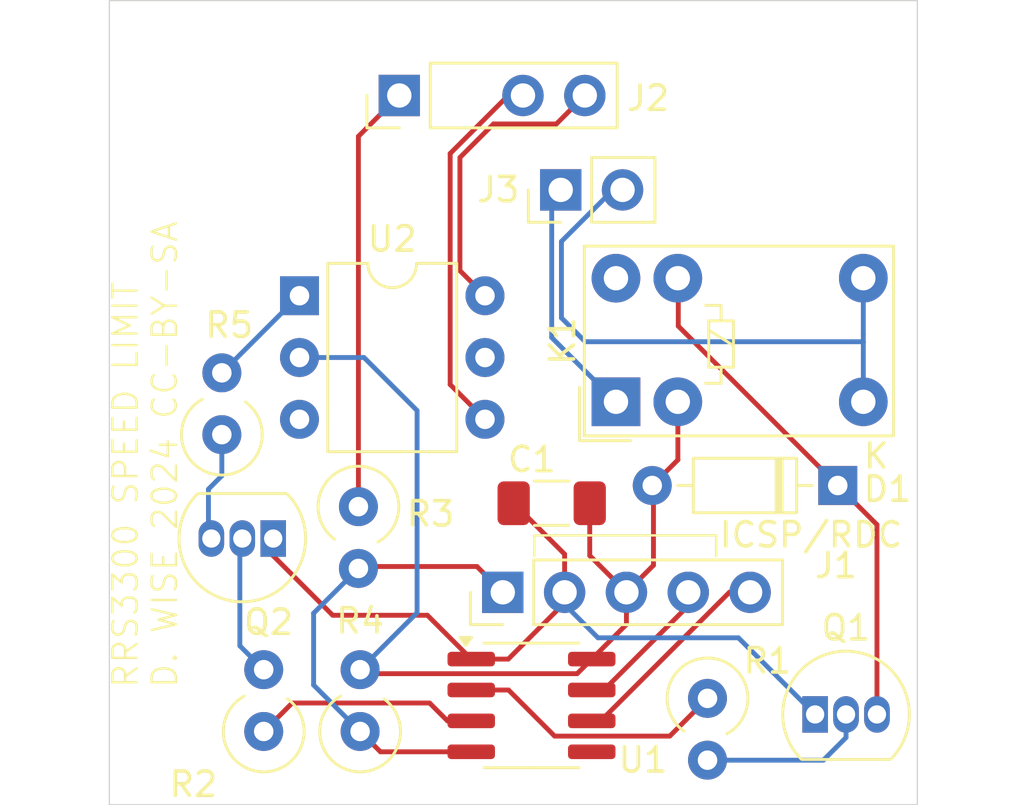
<source format=kicad_pcb>
(kicad_pcb (version 20240108) (generator "pcbnew") (generator_version "8.0")
  (layers (0 "F.Cu" signal) (31 "B.Cu" signal) (34 "B.Paste" user) (35 "F.Paste" user) (36 "B.SilkS" user "B.Silkscreen") (37 "F.SilkS" user "F.Silkscreen") (38 "B.Mask" user) (39 "F.Mask" user) (44 "Edge.Cuts" user))
  (net 0 "")
  (net 1 "GND")
  (net 2 "Net-(D1-K)")
  (net 3 "Net-(J1-Pin_5)")
  (net 4 "Net-(U1-RA5)")
  (net 5 "Net-(U1-RA4)")
  (net 6 "/SPROCKET")
  (net 8 "/K1L-5V")
  (net 9 "+5V")
  (net 10 "/SS2")
  (net 11 "/SS1")
  (net 12 "/K1L")
  (net 13 "/CT1")
  (net 14 "/CT2")
  (net 16 "Net-(Q1-B)")
  (net 17 "Net-(Q2-C)")
  (net 18 "Net-(Q2-B)")
  (net 19 "Net-(R5-Pad2)")
  (footprint "Resistor_THT:R_Axial_DIN0309_L9.0mm_D3.2mm_P2.54mm_Vertical" (layer "F.Cu") (at 122.24 96.01 90)
    (property "Reference" "R2" (at -2.17 -2.89 180) (layer "F.SilkS"))
    (property "Value" "2.2K")
    (fp_arc (start 1.344775 0.97138) (mid -1.655812 -0.101418) (end 1.453272 -0.8) (stroke (width 0.12)) (layer "F.SilkS"))
    (pad "1" thru_hole circle (at 0 0 90) (size 1.6 1.6) (drill 0.8) (layers "*.Cu" "*.Mask") (net 5 "Net-(U1-RA4)"))
    (pad "2" thru_hole oval (at 2.54 0 90) (size 1.6 1.6) (drill 0.8) (layers "*.Cu" "*.Mask") (net 18 "Net-(Q2-B)"))
  )
  (footprint "Package_DIP:DIP-6_W7.62mm" (layer "F.Cu") (at 123.71 78.1)
    (property "Reference" "U2" (at 3.81 -2.33 0) (layer "F.SilkS"))
    (property "Value" "H11F1" (hide yes))
    (fp_line (start 1.16 -1.33) (end 1.16 6.41) (stroke (width 0.12)) (layer "F.SilkS"))
    (fp_line (start 1.16 6.41) (end 6.46 6.41) (stroke (width 0.12)) (layer "F.SilkS"))
    (fp_line (start 2.81 -1.33) (end 1.16 -1.33) (stroke (width 0.12)) (layer "F.SilkS"))
    (fp_line (start 6.46 -1.33) (end 4.81 -1.33) (stroke (width 0.12)) (layer "F.SilkS"))
    (fp_line (start 6.46 6.41) (end 6.46 -1.33) (stroke (width 0.12)) (layer "F.SilkS"))
    (fp_arc (start 4.81 -1.33) (mid 3.81 -0.33) (end 2.81 -1.33) (stroke (width 0.12)) (layer "F.SilkS"))
    (pad "1" thru_hole rect (at 0 0) (size 1.6 1.6) (drill 0.8) (layers "*.Cu" "*.Mask") (net 19 "Net-(R5-Pad2)"))
    (pad "2" thru_hole oval (at 0 2.54) (size 1.6 1.6) (drill 0.8) (layers "*.Cu" "*.Mask") (net 1 "GND"))
    (pad "3" thru_hole oval (at 0 5.08) (size 1.6 1.6) (drill 0.8) (layers "*.Cu" "*.Mask"))
    (pad "4" thru_hole oval (at 7.62 5.08) (size 1.6 1.6) (drill 0.8) (layers "*.Cu" "*.Mask") (net 11 "/SS1"))
    (pad "5" thru_hole oval (at 7.62 2.54) (size 1.6 1.6) (drill 0.8) (layers "*.Cu" "*.Mask"))
    (pad "6" thru_hole oval (at 7.62 0) (size 1.6 1.6) (drill 0.8) (layers "*.Cu" "*.Mask") (net 10 "/SS2"))
  )
  (footprint "Resistor_THT:R_Axial_DIN0309_L9.0mm_D3.2mm_P2.54mm_Vertical" (layer "F.Cu") (at 140.47 94.65 -90)
    (property "Reference" "R1" (at -1.54 -2.46 180) (layer "F.SilkS"))
    (property "Value" "2.2K")
    (fp_arc (start 1.344775 0.97138) (mid -1.655812 -0.101418) (end 1.453272 -0.8) (stroke (width 0.12)) (layer "F.SilkS"))
    (pad "1" thru_hole circle (at 0 0 270) (size 1.6 1.6) (drill 0.8) (layers "*.Cu" "*.Mask") (net 4 "Net-(U1-RA5)"))
    (pad "2" thru_hole oval (at 2.54 0 270) (size 1.6 1.6) (drill 0.8) (layers "*.Cu" "*.Mask") (net 16 "Net-(Q1-B)"))
  )
  (footprint "MountingHole:MountingHole_4.3mm_M4" (layer "F.Cu") (at 143.99 70.84)
    (property "Reference" "REF**" (hide yes))
    (property "Value" "MountingHole_4.3mm_M4")
    (pad "" np_thru_hole circle (at 0 0) (size 4.3 4.3) (drill 4.3) (layers "*.Cu" "*.Mask"))
  )
  (footprint "Resistor_THT:R_Axial_DIN0309_L9.0mm_D3.2mm_P2.54mm_Vertical" (layer "F.Cu") (at 120.52 83.81 90)
    (property "Reference" "R5" (at 4.5 0.3 180) (layer "F.SilkS"))
    (property "Value" "220")
    (fp_arc (start 1.344775 0.97138) (mid -1.655812 -0.101418) (end 1.453272 -0.8) (stroke (width 0.12)) (layer "F.SilkS"))
    (pad "1" thru_hole circle (at 0 0 90) (size 1.6 1.6) (drill 0.8) (layers "*.Cu" "*.Mask") (net 17 "Net-(Q2-C)"))
    (pad "2" thru_hole oval (at 2.54 0 90) (size 1.6 1.6) (drill 0.8) (layers "*.Cu" "*.Mask") (net 19 "Net-(R5-Pad2)"))
  )
  (footprint "MountingHole:MountingHole_4.3mm_M4" (layer "F.Cu") (at 120.89 70.84)
    (property "Reference" "REF**" (hide yes))
    (property "Value" "MountingHole_4.3mm_M4")
    (pad "" np_thru_hole circle (at 0 0) (size 4.3 4.3) (drill 4.3) (layers "*.Cu" "*.Mask"))
  )
  (footprint "Connector_PinHeader_2.54mm:PinHeader_1x05_P2.54mm_Vertical" (layer "F.Cu") (at 132.06 90.29 90)
    (property "Reference" "J1" (at 1.1 13.69 180) (layer "F.SilkS"))
    (property "Value" "ICSP/RDC" (at 2.36 12.66 180) (layer "F.SilkS"))
    (fp_line (start -1.33 -1.33) (end 0 -1.33) (stroke (width 0.12)) (layer "F.SilkS"))
    (fp_line (start -1.33 0) (end -1.33 -1.33) (stroke (width 0.12)) (layer "F.SilkS"))
    (fp_line (start 1.33 1.27) (end 1.33 11.49) (stroke (width 0.12)) (layer "F.SilkS"))
    (fp_line (start -1.33 1.27) (end 1.33 1.27) (stroke (width 0.12)) (layer "F.SilkS"))
    (fp_line (start -1.33 1.27) (end -1.33 11.49) (stroke (width 0.12)) (layer "F.SilkS"))
    (fp_line (start -1.33 11.49) (end 1.33 11.49) (stroke (width 0.12)) (layer "F.SilkS"))
    (pad "1" thru_hole rect (at 0 0 90) (size 1.7 1.7) (drill 1) (layers "*.Cu" "*.Mask") (net 8 "/K1L-5V"))
    (pad "2" thru_hole oval (at 0 2.54 90) (size 1.7 1.7) (drill 1) (layers "*.Cu" "*.Mask") (net 9 "+5V"))
    (pad "3" thru_hole oval (at 0 5.08 90) (size 1.7 1.7) (drill 1) (layers "*.Cu" "*.Mask") (net 1 "GND"))
    (pad "4" thru_hole oval (at 0 7.62 90) (size 1.7 1.7) (drill 1) (layers "*.Cu" "*.Mask") (net 6 "/SPROCKET"))
    (pad "5" thru_hole oval (at 0 10.16 90) (size 1.7 1.7) (drill 1) (layers "*.Cu" "*.Mask") (net 3 "Net-(J1-Pin_5)"))
  )
  (footprint "Diode_THT:D_DO-35_SOD27_P7.62mm_Horizontal" (layer "F.Cu") (at 145.82 85.9 180)
    (property "Reference" "D1" (at -2.05 -0.15 0) (layer "F.SilkS"))
    (property "Value" "1N4448" (hide yes))
    (fp_line (start 6.58 0) (end 5.93 0) (stroke (width 0.12)) (layer "F.SilkS"))
    (fp_line (start 5.93 1.12) (end 5.93 -1.12) (stroke (width 0.12)) (layer "F.SilkS"))
    (fp_line (start 5.93 -1.12) (end 1.69 -1.12) (stroke (width 0.12)) (layer "F.SilkS"))
    (fp_line (start 2.53 -1.12) (end 2.53 1.12) (stroke (width 0.12)) (layer "F.SilkS"))
    (fp_line (start 2.41 -1.12) (end 2.41 1.12) (stroke (width 0.12)) (layer "F.SilkS"))
    (fp_line (start 2.29 -1.12) (end 2.29 1.12) (stroke (width 0.12)) (layer "F.SilkS"))
    (fp_line (start 1.69 1.12) (end 5.93 1.12) (stroke (width 0.12)) (layer "F.SilkS"))
    (fp_line (start 1.69 -1.12) (end 1.69 1.12) (stroke (width 0.12)) (layer "F.SilkS"))
    (fp_line (start 1.04 0) (end 1.69 0) (stroke (width 0.12)) (layer "F.SilkS"))
    (fp_text user "K" (at -1.58 1.21 0) (layer "F.SilkS"))
    (pad "1" thru_hole rect (at 0 0 180) (size 1.6 1.6) (drill 0.8) (layers "*.Cu" "*.Mask") (net 2 "Net-(D1-K)"))
    (pad "2" thru_hole oval (at 7.62 0 180) (size 1.6 1.6) (drill 0.8) (layers "*.Cu" "*.Mask") (net 1 "GND"))
  )
  (footprint "Connector_PinHeader_2.54mm:PinHeader_1x04_P2.54mm_Vertical" (layer "F.Cu") (at 127.81 69.87 90)
    (property "Reference" "J2" (at -0.11 10.22 180) (layer "F.SilkS"))
    (property "Value" "Conn_01x04")
    (fp_line (start -1.33 -1.33) (end 0 -1.33) (stroke (width 0.12)) (layer "F.SilkS"))
    (fp_line (start -1.33 0) (end -1.33 -1.33) (stroke (width 0.12)) (layer "F.SilkS"))
    (fp_line (start 1.33 1.27) (end 1.33 8.95) (stroke (width 0.12)) (layer "F.SilkS"))
    (fp_line (start -1.33 1.27) (end 1.33 1.27) (stroke (width 0.12)) (layer "F.SilkS"))
    (fp_line (start -1.33 1.27) (end -1.33 8.95) (stroke (width 0.12)) (layer "F.SilkS"))
    (fp_line (start -1.33 8.95) (end 1.33 8.95) (stroke (width 0.12)) (layer "F.SilkS"))
    (pad "1" thru_hole rect (at 0 0 90) (size 1.7 1.7) (drill 1) (layers "*.Cu" "*.Mask") (net 12 "/K1L"))
    (pad "3" thru_hole oval (at 0 5.08 90) (size 1.7 1.7) (drill 1) (layers "*.Cu" "*.Mask") (net 11 "/SS1"))
    (pad "4" thru_hole oval (at 0 7.62 90) (size 1.7 1.7) (drill 1) (layers "*.Cu" "*.Mask") (net 10 "/SS2"))
  )
  (footprint "Capacitor_SMD:C_1206_3216Metric_Pad1.33x1.80mm_HandSolder" (layer "F.Cu") (at 134.07 86.63)
    (property "Reference" "C1" (at -0.8175 -1.8 0) (layer "F.SilkS"))
    (property "Value" "1uF")
    (fp_line (start -0.711252 -0.91) (end 0.711252 -0.91) (stroke (width 0.12)) (layer "F.SilkS"))
    (fp_line (start -0.711252 0.91) (end 0.711252 0.91) (stroke (width 0.12)) (layer "F.SilkS"))
    (pad "1" smd roundrect (at -1.5625 0) (size 1.325 1.8) (layers "F.Cu" "F.Paste" "F.Mask") (roundrect_rratio 0.188679) (net 9 "+5V"))
    (pad "2" smd roundrect (at 1.5625 0) (size 1.325 1.8) (layers "F.Cu" "F.Paste" "F.Mask") (roundrect_rratio 0.188679) (net 1 "GND"))
  )
  (footprint "Package_TO_SOT_THT:TO-92_Inline" (layer "F.Cu") (at 144.89 95.31)
    (property "Reference" "Q1" (at 1.27 -3.56 0) (layer "F.SilkS"))
    (property "Value" "2N2907" (hide yes))
    (fp_line (start -0.53 1.85) (end 3.07 1.85) (stroke (width 0.12)) (layer "F.SilkS"))
    (fp_arc (start -0.568478 1.838478) (mid -1.132087 -0.994977) (end 1.27 -2.6) (stroke (width 0.12)) (layer "F.SilkS"))
    (fp_arc (start 1.27 -2.6) (mid 3.672087 -0.994977) (end 3.108478 1.838478) (stroke (width 0.12)) (layer "F.SilkS"))
    (pad "1" thru_hole rect (at 0 0) (size 1.05 1.5) (drill 0.75) (layers "*.Cu" "*.Mask") (net 9 "+5V"))
    (pad "2" thru_hole oval (at 1.27 0) (size 1.05 1.5) (drill 0.75) (layers "*.Cu" "*.Mask") (net 16 "Net-(Q1-B)"))
    (pad "3" thru_hole oval (at 2.54 0) (size 1.05 1.5) (drill 0.75) (layers "*.Cu" "*.Mask") (net 2 "Net-(D1-K)"))
  )
  (footprint "Resistor_THT:R_Axial_DIN0309_L9.0mm_D3.2mm_P2.54mm_Vertical" (layer "F.Cu") (at 126.13 86.77 -90)
    (property "Reference" "R3" (at 0.3 -2.96 180) (layer "F.SilkS"))
    (property "Value" "100K")
    (fp_arc (start 1.344775 0.97138) (mid -1.655812 -0.101418) (end 1.453272 -0.8) (stroke (width 0.12)) (layer "F.SilkS"))
    (pad "1" thru_hole circle (at 0 0 270) (size 1.6 1.6) (drill 0.8) (layers "*.Cu" "*.Mask") (net 12 "/K1L"))
    (pad "2" thru_hole oval (at 2.54 0 270) (size 1.6 1.6) (drill 0.8) (layers "*.Cu" "*.Mask") (net 8 "/K1L-5V"))
  )
  (footprint "Connector_PinHeader_2.54mm:PinHeader_1x02_P2.54mm_Vertical" (layer "F.Cu") (at 134.44 73.75 90)
    (property "Reference" "J3" (at 0.01 -2.565 180) (layer "F.SilkS"))
    (property "Value" "Conn_01x02")
    (fp_line (start -1.33 -1.33) (end 0 -1.33) (stroke (width 0.12)) (layer "F.SilkS"))
    (fp_line (start -1.33 0) (end -1.33 -1.33) (stroke (width 0.12)) (layer "F.SilkS"))
    (fp_line (start 1.33 1.27) (end 1.33 3.87) (stroke (width 0.12)) (layer "F.SilkS"))
    (fp_line (start -1.33 1.27) (end 1.33 1.27) (stroke (width 0.12)) (layer "F.SilkS"))
    (fp_line (start -1.33 1.27) (end -1.33 3.87) (stroke (width 0.12)) (layer "F.SilkS"))
    (fp_line (start -1.33 3.87) (end 1.33 3.87) (stroke (width 0.12)) (layer "F.SilkS"))
    (pad "1" thru_hole rect (at 0 0 90) (size 1.7 1.7) (drill 1) (layers "*.Cu" "*.Mask") (net 14 "/CT2"))
    (pad "2" thru_hole oval (at 0 2.54 90) (size 1.7 1.7) (drill 1) (layers "*.Cu" "*.Mask") (net 13 "/CT1"))
  )
  (footprint "Package_TO_SOT_THT:TO-92_Inline" (layer "F.Cu") (at 122.63 88.08 180)
    (property "Reference" "Q2" (at 0.19 -3.44 0) (layer "F.SilkS"))
    (property "Value" "2N2907" (hide yes))
    (fp_line (start -0.53 1.85) (end 3.07 1.85) (stroke (width 0.12)) (layer "F.SilkS"))
    (fp_arc (start 1.27 -2.6) (mid 3.672087 -0.994977) (end 3.108478 1.838478) (stroke (width 0.12)) (layer "F.SilkS"))
    (fp_arc (start -0.568478 1.838478) (mid -1.132087 -0.994977) (end 1.27 -2.6) (stroke (width 0.12)) (layer "F.SilkS"))
    (pad "1" thru_hole rect (at 0 0 180) (size 1.05 1.5) (drill 0.75) (layers "*.Cu" "*.Mask") (net 9 "+5V"))
    (pad "2" thru_hole oval (at 1.27 0 180) (size 1.05 1.5) (drill 0.75) (layers "*.Cu" "*.Mask") (net 18 "Net-(Q2-B)"))
    (pad "3" thru_hole oval (at 2.54 0 180) (size 1.05 1.5) (drill 0.75) (layers "*.Cu" "*.Mask") (net 17 "Net-(Q2-C)"))
  )
  (footprint "Relay_THT:Relay_SPDT_Omron_G5V-1" (layer "F.Cu") (at 136.71 82.46 90)
    (property "Reference" "K1" (at 2.5 -2.2 90) (layer "F.SilkS"))
    (property "Value" "G5V-1" (hide yes))
    (fp_line (start -1.6 -1.5) (end 0.6 -1.5) (stroke (width 0.12)) (layer "F.SilkS"))
    (fp_line (start 6.4 -1.3) (end 6.4 11.4) (stroke (width 0.12)) (layer "F.SilkS"))
    (fp_line (start -1.4 -1.3) (end 6.4 -1.3) (stroke (width 0.12)) (layer "F.SilkS"))
    (fp_line (start -1.6 0.6) (end -1.6 -1.5) (stroke (width 0.12)) (layer "F.SilkS"))
    (fp_line (start 3.962 3.683) (end 3.962 4.318) (stroke (width 0.12)) (layer "F.SilkS"))
    (fp_line (start 0.762 3.683) (end 0.762 4.318) (stroke (width 0.12)) (layer "F.SilkS"))
    (fp_line (start 3.327 3.81) (end 1.422 3.81) (stroke (width 0.12)) (layer "F.SilkS"))
    (fp_line (start 3.327 3.81) (end 3.327 4.826) (stroke (width 0.12)) (layer "F.SilkS"))
    (fp_line (start 2.946 3.81) (end 2.311 4.826) (stroke (width 0.12)) (layer "F.SilkS"))
    (fp_line (start 1.422 3.81) (end 1.422 4.826) (stroke (width 0.12)) (layer "F.SilkS"))
    (fp_line (start 3.962 4.318) (end 3.327 4.318) (stroke (width 0.12)) (layer "F.SilkS"))
    (fp_line (start 0.762 4.318) (end 1.422 4.318) (stroke (width 0.12)) (layer "F.SilkS"))
    (fp_line (start 1.422 4.826) (end 3.327 4.826) (stroke (width 0.12)) (layer "F.SilkS"))
    (fp_line (start 6.4 11.4) (end -1.4 11.4) (stroke (width 0.12)) (layer "F.SilkS"))
    (fp_line (start -1.4 11.4) (end -1.4 -1.3) (stroke (width 0.12)) (layer "F.SilkS"))
    (pad "1" thru_hole rect (at 0 0 90) (size 2 2) (drill 1) (layers "*.Cu" "*.Mask") (net 14 "/CT2"))
    (pad "2" thru_hole circle (at 0 2.54 90) (size 2 2) (drill 1) (layers "*.Cu" "*.Mask") (net 1 "GND"))
    (pad "5" thru_hole circle (at 0 10.16 90) (size 2 2) (drill 1) (layers "*.Cu" "*.Mask") (net 13 "/CT1"))
    (pad "6" thru_hole circle (at 5.08 10.16 90) (size 2 2) (drill 1) (layers "*.Cu" "*.Mask") (net 13 "/CT1"))
    (pad "9" thru_hole circle (at 5.08 2.54 90) (size 2 2) (drill 1) (layers "*.Cu" "*.Mask") (net 2 "Net-(D1-K)"))
    (pad "10" thru_hole circle (at 5.08 0 90) (size 2 2) (drill 1) (layers "*.Cu" "*.Mask"))
  )
  (footprint "Resistor_THT:R_Axial_DIN0309_L9.0mm_D3.2mm_P2.54mm_Vertical" (layer "F.Cu") (at 126.2 96.01 90)
    (property "Reference" "R4" (at 4.54 0 0) (layer "F.SilkS"))
    (property "Value" "22K")
    (fp_arc (start 1.344775 0.97138) (mid -1.655812 -0.101418) (end 1.453272 -0.8) (stroke (width 0.12)) (layer "F.SilkS"))
    (pad "1" thru_hole circle (at 0 0 90) (size 1.6 1.6) (drill 0.8) (layers "*.Cu" "*.Mask") (net 8 "/K1L-5V"))
    (pad "2" thru_hole oval (at 2.54 0 90) (size 1.6 1.6) (drill 0.8) (layers "*.Cu" "*.Mask") (net 1 "GND"))
  )
  (footprint "Package_SO:SOIC-8_3.9x4.9mm_P1.27mm" (layer "F.Cu") (at 133.24 94.94)
    (property "Reference" "U1" (at 4.58 2.24 0) (layer "F.SilkS"))
    (property "Value" "PIC16F18015-I_SN" (hide yes))
    (fp_line (start 0 -2.56) (end -1.95 -2.56) (stroke (width 0.12)) (layer "F.SilkS"))
    (fp_line (start 0 -2.56) (end 1.95 -2.56) (stroke (width 0.12)) (layer "F.SilkS"))
    (fp_line (start 0 2.56) (end -1.95 2.56) (stroke (width 0.12)) (layer "F.SilkS"))
    (fp_line (start 0 2.56) (end 1.95 2.56) (stroke (width 0.12)) (layer "F.SilkS"))
    (fp_poly (pts (xy -2.7 -2.465) (xy -2.94 -2.795) (xy -2.46 -2.795) (xy -2.7 -2.465)) (stroke (width 0.12)) (fill solid) (layer "F.SilkS"))
    (pad "1" smd roundrect (at -2.475 -1.905) (size 1.95 0.6) (layers "F.Cu" "F.Paste" "F.Mask") (net 9 "+5V"))
    (pad "2" smd roundrect (at -2.475 -0.635) (size 1.95 0.6) (layers "F.Cu" "F.Paste" "F.Mask") (net 4 "Net-(U1-RA5)"))
    (pad "3" smd roundrect (at -2.475 0.635) (size 1.95 0.6) (layers "F.Cu" "F.Paste" "F.Mask") (net 5 "Net-(U1-RA4)"))
    (pad "4" smd roundrect (at -2.475 1.905) (size 1.95 0.6) (layers "F.Cu" "F.Paste" "F.Mask") (net 8 "/K1L-5V"))
    (pad "5" smd roundrect (at 2.475 1.905) (size 1.95 0.6) (layers "F.Cu" "F.Paste" "F.Mask"))
    (pad "6" smd roundrect (at 2.475 0.635) (size 1.95 0.6) (layers "F.Cu" "F.Paste" "F.Mask") (net 3 "Net-(J1-Pin_5)"))
    (pad "7" smd roundrect (at 2.475 -0.635) (size 1.95 0.6) (layers "F.Cu" "F.Paste" "F.Mask") (net 6 "/SPROCKET"))
    (pad "8" smd roundrect (at 2.475 -1.905) (size 1.95 0.6) (layers "F.Cu" "F.Paste" "F.Mask") (net 1 "GND"))
  )
  (gr_line (start 133.355 87.95) (end 140.825 87.95) (stroke (width 0.1)) (layer "F.SilkS"))
  (gr_line (start 140.825 87.95) (end 140.825 88.8) (stroke (width 0.1)) (layer "F.SilkS"))
  (gr_line (start 133.355 88.79) (end 133.355 87.95) (stroke (width 0.1)) (layer "F.SilkS"))
  (gr_rect (start 115.9 65.97) (end 149.09 99.02) (stroke (width 0.05)) (fill none) (layer "Edge.Cuts"))
  (gr_text "RRS3300 SPEED LIMIT\nD. WISE 2024 CC-BY-SA" (at 118.76 94.29 90) (layer "F.SilkS") (effects (font (size 1 1) (thickness 0.1)) (justify left bottom)))
  (segment (start 135.6325 86.63) (end 135.6325 88.7825) (width 0.2) (layer "F.Cu") (net 1))
  (segment (start 135.6325 88.7825) (end 137.14 90.29) (width 0.2) (layer "F.Cu") (net 1))
  (segment (start 139.25 82.46) (end 139.2525 82.4625) (width 0.2) (layer "F.Cu") (net 1))
  (segment (start 138.25 85.95) (end 138.25 89.18) (width 0.2) (layer "F.Cu") (net 1))
  (segment (start 135.715 93.035) (end 135.115 93.635) (width 0.2) (layer "F.Cu") (net 1))
  (segment (start 138.25 89.18) (end 137.14 90.29) (width 0.2) (layer "F.Cu") (net 1))
  (segment (start 126.365 93.635) (end 126.2 93.47) (width 0.2) (layer "F.Cu") (net 1))
  (segment (start 137.14 90.29) (end 137.14 91.61) (width 0.2) (layer "F.Cu") (net 1))
  (segment (start 137.14 91.61) (end 135.715 93.035) (width 0.2) (layer "F.Cu") (net 1))
  (segment (start 138.2 85.9) (end 138.25 85.95) (width 0.2) (layer "F.Cu") (net 1))
  (segment (start 135.115 93.635) (end 126.365 93.635) (width 0.2) (layer "F.Cu") (net 1))
  (segment (start 139.2525 84.8475) (end 138.2 85.9) (width 0.2) (layer "F.Cu") (net 1))
  (segment (start 139.2525 82.4625) (end 139.2525 84.8475) (width 0.2) (layer "F.Cu") (net 1))
  (segment (start 128.54 82.82) (end 126.36 80.64) (width 0.2) (layer "B.Cu") (net 1))
  (segment (start 126.2 93.47) (end 128.54 91.13) (width 0.2) (layer "B.Cu") (net 1))
  (segment (start 126.36 80.64) (end 123.71 80.64) (width 0.2) (layer "B.Cu") (net 1))
  (segment (start 128.54 91.13) (end 128.54 82.82) (width 0.2) (layer "B.Cu") (net 1))
  (segment (start 139.27 79.35) (end 145.82 85.9) (width 0.2) (layer "F.Cu") (net 2))
  (segment (start 139.25 77.38) (end 139.27 77.38) (width 0.2) (layer "F.Cu") (net 2))
  (segment (start 147.43 87.51) (end 147.43 95.31) (width 0.2) (layer "F.Cu") (net 2))
  (segment (start 139.27 77.38) (end 139.27 79.35) (width 0.2) (layer "F.Cu") (net 2))
  (segment (start 145.82 85.9) (end 147.43 87.51) (width 0.2) (layer "F.Cu") (net 2))
  (segment (start 141.37 90.29) (end 136.085 95.575) (width 0.2) (layer "F.Cu") (net 3))
  (segment (start 136.085 95.575) (end 135.715 95.575) (width 0.2) (layer "F.Cu") (net 3))
  (segment (start 142.22 90.29) (end 141.37 90.29) (width 0.2) (layer "F.Cu") (net 3))
  (segment (start 130.765 94.305) (end 132.295 94.305) (width 0.2) (layer "F.Cu") (net 4))
  (segment (start 132.295 94.305) (end 134.19 96.2) (width 0.2) (layer "F.Cu") (net 4))
  (segment (start 138.92 96.2) (end 140.47 94.65) (width 0.2) (layer "F.Cu") (net 4))
  (segment (start 134.19 96.2) (end 138.92 96.2) (width 0.2) (layer "F.Cu") (net 4))
  (segment (start 129.055001 94.84) (end 123.41 94.84) (width 0.2) (layer "F.Cu") (net 5))
  (segment (start 123.41 94.84) (end 122.24 96.01) (width 0.2) (layer "F.Cu") (net 5))
  (segment (start 130.765 95.575) (end 129.790001 95.575) (width 0.2) (layer "F.Cu") (net 5))
  (segment (start 129.790001 95.575) (end 129.055001 94.84) (width 0.2) (layer "F.Cu") (net 5))
  (segment (start 136.215 94.305) (end 135.715 94.305) (width 0.2) (layer "F.Cu") (net 6))
  (segment (start 139.68 90.84) (end 136.215 94.305) (width 0.2) (layer "F.Cu") (net 6))
  (segment (start 139.68 90.29) (end 139.68 90.84) (width 0.2) (layer "F.Cu") (net 6))
  (segment (start 130.765 96.845) (end 127.035 96.845) (width 0.2) (layer "F.Cu") (net 8))
  (segment (start 131 89.23) (end 126.21 89.23) (width 0.2) (layer "F.Cu") (net 8))
  (segment (start 132.06 90.29) (end 131 89.23) (width 0.2) (layer "F.Cu") (net 8))
  (segment (start 127.035 96.845) (end 126.2 96.01) (width 0.2) (layer "F.Cu") (net 8))
  (segment (start 124.29 94.1) (end 126.2 96.01) (width 0.2) (layer "B.Cu") (net 8))
  (segment (start 126.21 89.23) (end 126.13 89.31) (width 0.2) (layer "B.Cu") (net 8))
  (segment (start 126.13 89.31) (end 124.29 91.15) (width 0.2) (layer "B.Cu") (net 8))
  (segment (start 124.29 91.15) (end 124.29 94.1) (width 0.2) (layer "B.Cu") (net 8))
  (segment (start 134.6 90.72) (end 134.6 90.29) (width 0.2) (layer "F.Cu") (net 9))
  (segment (start 132.285 93.035) (end 134.6 90.72) (width 0.2) (layer "F.Cu") (net 9))
  (segment (start 130.765 93.035) (end 128.964314 91.234314) (width 0.2) (layer "F.Cu") (net 9))
  (segment (start 134.6 88.7225) (end 134.6 90.29) (width 0.2) (layer "F.Cu") (net 9))
  (segment (start 122.63 88.79) (end 122.63 88.08) (width 0.2) (layer "F.Cu") (net 9))
  (segment (start 130.765 93.035) (end 132.285 93.035) (width 0.2) (layer "F.Cu") (net 9))
  (segment (start 132.5075 86.63) (end 134.6 88.7225) (width 0.2) (layer "F.Cu") (net 9))
  (segment (start 125.074314 91.234314) (end 122.63 88.79) (width 0.2) (layer "F.Cu") (net 9))
  (segment (start 128.964314 91.234314) (end 125.074314 91.234314) (width 0.2) (layer "F.Cu") (net 9))
  (segment (start 144.89 95.31) (end 141.74 92.16) (width 0.2) (layer "B.Cu") (net 9))
  (segment (start 141.74 92.16) (end 135.97 92.16) (width 0.2) (layer "B.Cu") (net 9))
  (segment (start 135.97 92.16) (end 134.6 90.79) (width 0.2) (layer "B.Cu") (net 9))
  (segment (start 134.6 90.79) (end 134.6 90.29) (width 0.2) (layer "B.Cu") (net 9))
  (segment (start 130.3 77.07) (end 130.3 72.42) (width 0.2) (layer "F.Cu") (net 10))
  (segment (start 135.43 69.87) (end 135.34 69.87) (width 0.2) (layer "F.Cu") (net 10))
  (segment (start 135.34 69.87) (end 134.86 70.35) (width 0.2) (layer "F.Cu") (net 10))
  (segment (start 131.33 78.1) (end 130.3 77.07) (width 0.2) (layer "F.Cu") (net 10))
  (segment (start 130.3 72.42) (end 131.68 71.04) (width 0.2) (layer "F.Cu") (net 10))
  (segment (start 131.68 71.04) (end 134.26 71.04) (width 0.2) (layer "F.Cu") (net 10))
  (segment (start 135.43 69.87) (end 135.36 69.94) (width 0.2) (layer "F.Cu") (net 10))
  (segment (start 134.26 71.04) (end 135.43 69.87) (width 0.2) (layer "F.Cu") (net 10))
  (segment (start 131.33 83.18) (end 129.9 81.75) (width 0.2) (layer "F.Cu") (net 11))
  (segment (start 129.9 81.75) (end 129.9 72.254314) (width 0.2) (layer "F.Cu") (net 11))
  (segment (start 132.284314 69.87) (end 132.89 69.87) (width 0.2) (layer "F.Cu") (net 11))
  (segment (start 129.9 72.254314) (end 132.284314 69.87) (width 0.2) (layer "F.Cu") (net 11))
  (segment (start 126.13 71.55) (end 127.81 69.87) (width 0.2) (layer "F.Cu") (net 12))
  (segment (start 126.13 86.77) (end 126.13 71.55) (width 0.2) (layer "F.Cu") (net 12))
  (segment (start 146.87 80.01) (end 146.87 79.69) (width 0.2) (layer "B.Cu") (net 13))
  (segment (start 146.87 79.69) (end 146.87 77.38) (width 0.2) (layer "B.Cu") (net 13))
  (segment (start 135.45 79.99) (end 146.85 79.99) (width 0.2) (layer "B.Cu") (net 13))
  (segment (start 134.47 79.01) (end 135.45 79.99) (width 0.2) (layer "B.Cu") (net 13))
  (segment (start 136.59 73.75) (end 134.47 75.87) (width 0.2) (layer "B.Cu") (net 13))
  (segment (start 134.47 75.87) (end 134.47 79.01) (width 0.2) (layer "B.Cu") (net 13))
  (segment (start 146.87 82.46) (end 146.87 80.01) (width 0.2) (layer "B.Cu") (net 13))
  (segment (start 136.98 73.75) (end 136.59 73.75) (width 0.2) (layer "B.Cu") (net 13))
  (segment (start 146.85 79.99) (end 146.87 80.01) (width 0.2) (layer "B.Cu") (net 13))
  (segment (start 136.71 82.46) (end 134.07 79.82) (width 0.2) (layer "B.Cu") (net 14))
  (segment (start 134.07 74.12) (end 134.44 73.75) (width 0.2) (layer "B.Cu") (net 14))
  (segment (start 134.07 79.82) (end 134.07 74.12) (width 0.2) (layer "B.Cu") (net 14))
  (segment (start 145.23 97.19) (end 140.47 97.19) (width 0.2) (layer "B.Cu") (net 16))
  (segment (start 146.16 96.26) (end 145.23 97.19) (width 0.2) (layer "B.Cu") (net 16))
  (segment (start 146.16 95.31) (end 146.16 96.26) (width 0.2) (layer "B.Cu") (net 16))
  (segment (start 119.97 86.05) (end 119.97 87.96) (width 0.2) (layer "B.Cu") (net 17))
  (segment (start 120.52 83.81) (end 120.52 85.5) (width 0.2) (layer "B.Cu") (net 17))
  (segment (start 119.97 87.96) (end 120.09 88.08) (width 0.2) (layer "B.Cu") (net 17))
  (segment (start 120.52 85.5) (end 119.97 86.05) (width 0.2) (layer "B.Cu") (net 17))
  (segment (start 121.36 88.08) (end 121.26 88.18) (width 0.2) (layer "B.Cu") (net 18))
  (segment (start 121.26 92.49) (end 122.24 93.47) (width 0.2) (layer "B.Cu") (net 18))
  (segment (start 121.26 88.18) (end 121.26 92.49) (width 0.2) (layer "B.Cu") (net 18))
  (segment (start 123.69 78.1) (end 120.52 81.27) (width 0.2) (layer "B.Cu") (net 19))
  (segment (start 123.71 78.1) (end 123.69 78.1) (width 0.2) (layer "B.Cu") (net 19))
)
</source>
